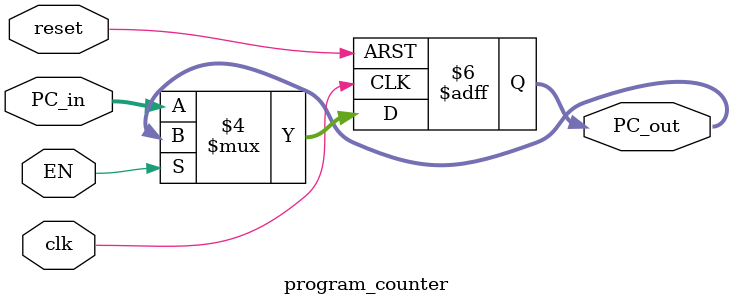
<source format=v>

/*
// Module: Program_counter.v
// Description: Program counter verilog code //
// Owner : Mohamed Ayman
// Date :  July 2022
*/

module program_counter 
#(parameter data_size = 32)
(

    output  reg    [data_size-1:0]  PC_out,
    input   wire                    clk,reset,EN,
    input   wire   [data_size-1:0]  PC_in     
);

always @ ( posedge clk or negedge reset)
begin
    if ( ! reset )
        PC_out <= 32'd0;
    else if (! EN)
        PC_out <= PC_in;
end

endmodule
</source>
